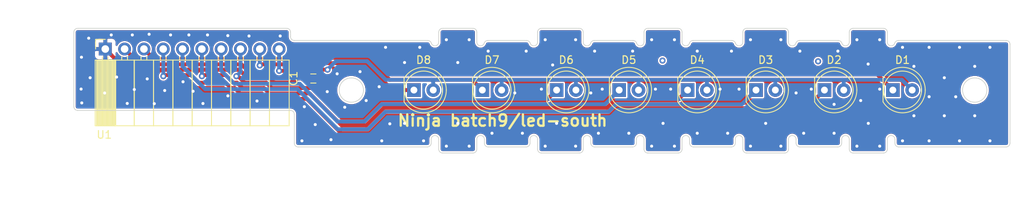
<source format=kicad_pcb>
(kicad_pcb (version 20171130) (host pcbnew "(5.1.6-0-10_14)")
  (layers (0 F.Cu signal) (31 B.Cu signal) (34 B.Paste user) (35 F.Paste user) (36 B.SilkS user) (37 F.SilkS user) (38 B.Mask user) (39 F.Mask user) (44 Edge.Cuts user))
  (net 0 "")
  (net 1 GND)
  (net 2 VCC)
  (net 3 OUT1)
  (net 4 OUT2)
  (net 5 OUT3)
  (net 6 OUT4)
  (net 7 OUT5)
  (net 8 OUT6)
  (net 9 OUT7)
  (net 10 OUT8)
  (module Capacitors_SMD:C_0603_HandSoldering (layer F.Cu) (at 88.5 111.6 180)
    (fp_text reference C1 (at 2.608 0 270) (layer F.SilkS))
    (fp_text value C)
    (fp_line (start -0.35 -0.6) (end 0.35 -0.6) (layer F.SilkS) (width 0.12))
    (fp_line (start 0.35 0.6) (end -0.35 0.6) (layer F.SilkS) (width 0.12))
    (pad 2 smd rect (at 0.95 0 180) (size 1.2 0.75) (layers F.Cu F.Paste F.Mask) (net 1 GND))
    (pad 1 smd rect (at -0.95 0 180) (size 1.2 0.75) (layers F.Cu F.Paste F.Mask) (net 2 VCC))
  )
  (module LEDs:LED_D5.0mm (layer F.Cu) (at 164.73 113.122)
    (fp_text reference D1 (at 1.27 -3.96) (layer F.SilkS))
    (fp_text value LED)
    (fp_circle (center 1.27 0) (end 3.77 0) (layer F.SilkS) (width 0.12))
    (fp_line (start -1.29 -1.545) (end -1.29 1.545) (layer F.SilkS) (width 0.12))
    (fp_arc (start 1.27 0) (end -1.29 -1.54483) (angle 148.9) (layer F.SilkS) (width 0.12))
    (fp_arc (start 1.27 0) (end -1.29 1.54483) (angle -148.9) (layer F.SilkS) (width 0.12))
    (pad 1 thru_hole rect (at 0 0) (size 1.8 1.8) (drill 0.9) (layers *.Cu *.Mask) (net 3 OUT1))
    (pad 2 thru_hole circle (at 2.54 0) (size 1.8 1.8) (drill 0.9) (layers *.Cu *.Mask) (net 2 VCC))
  )
  (module LEDs:LED_D5.0mm (layer F.Cu) (at 155.73 113.122)
    (fp_text reference D2 (at 1.27 -3.96) (layer F.SilkS))
    (fp_text value LED)
    (fp_line (start -1.29 -1.545) (end -1.29 1.545) (layer F.SilkS) (width 0.12))
    (fp_circle (center 1.27 0) (end 3.77 0) (layer F.SilkS) (width 0.12))
    (fp_arc (start 1.27 0) (end -1.29 1.54483) (angle -148.9) (layer F.SilkS) (width 0.12))
    (fp_arc (start 1.27 0) (end -1.29 -1.54483) (angle 148.9) (layer F.SilkS) (width 0.12))
    (pad 2 thru_hole circle (at 2.54 0) (size 1.8 1.8) (drill 0.9) (layers *.Cu *.Mask) (net 2 VCC))
    (pad 1 thru_hole rect (at 0 0) (size 1.8 1.8) (drill 0.9) (layers *.Cu *.Mask) (net 4 OUT2))
  )
  (module LEDs:LED_D5.0mm (layer F.Cu) (at 146.73 113.122)
    (fp_text reference D3 (at 1.27 -3.96) (layer F.SilkS))
    (fp_text value LED)
    (fp_circle (center 1.27 0) (end 3.77 0) (layer F.SilkS) (width 0.12))
    (fp_line (start -1.29 -1.545) (end -1.29 1.545) (layer F.SilkS) (width 0.12))
    (fp_arc (start 1.27 0) (end -1.29 -1.54483) (angle 148.9) (layer F.SilkS) (width 0.12))
    (fp_arc (start 1.27 0) (end -1.29 1.54483) (angle -148.9) (layer F.SilkS) (width 0.12))
    (pad 1 thru_hole rect (at 0 0) (size 1.8 1.8) (drill 0.9) (layers *.Cu *.Mask) (net 5 OUT3))
    (pad 2 thru_hole circle (at 2.54 0) (size 1.8 1.8) (drill 0.9) (layers *.Cu *.Mask) (net 2 VCC))
  )
  (module LEDs:LED_D5.0mm (layer F.Cu) (at 137.73 113.122)
    (fp_text reference D4 (at 1.27 -3.96) (layer F.SilkS))
    (fp_text value LED)
    (fp_line (start -1.29 -1.545) (end -1.29 1.545) (layer F.SilkS) (width 0.12))
    (fp_circle (center 1.27 0) (end 3.77 0) (layer F.SilkS) (width 0.12))
    (fp_arc (start 1.27 0) (end -1.29 1.54483) (angle -148.9) (layer F.SilkS) (width 0.12))
    (fp_arc (start 1.27 0) (end -1.29 -1.54483) (angle 148.9) (layer F.SilkS) (width 0.12))
    (pad 2 thru_hole circle (at 2.54 0) (size 1.8 1.8) (drill 0.9) (layers *.Cu *.Mask) (net 2 VCC))
    (pad 1 thru_hole rect (at 0 0) (size 1.8 1.8) (drill 0.9) (layers *.Cu *.Mask) (net 6 OUT4))
  )
  (module LEDs:LED_D5.0mm (layer F.Cu) (at 128.73 113.122)
    (fp_text reference D5 (at 1.27 -3.96) (layer F.SilkS))
    (fp_text value LED)
    (fp_circle (center 1.27 0) (end 3.77 0) (layer F.SilkS) (width 0.12))
    (fp_line (start -1.29 -1.545) (end -1.29 1.545) (layer F.SilkS) (width 0.12))
    (fp_arc (start 1.27 0) (end -1.29 -1.54483) (angle 148.9) (layer F.SilkS) (width 0.12))
    (fp_arc (start 1.27 0) (end -1.29 1.54483) (angle -148.9) (layer F.SilkS) (width 0.12))
    (pad 1 thru_hole rect (at 0 0) (size 1.8 1.8) (drill 0.9) (layers *.Cu *.Mask) (net 7 OUT5))
    (pad 2 thru_hole circle (at 2.54 0) (size 1.8 1.8) (drill 0.9) (layers *.Cu *.Mask) (net 2 VCC))
  )
  (module LEDs:LED_D5.0mm (layer F.Cu) (at 120.5 113.122)
    (fp_text reference D6 (at 1.27 -3.96) (layer F.SilkS))
    (fp_text value LED)
    (fp_line (start -1.29 -1.545) (end -1.29 1.545) (layer F.SilkS) (width 0.12))
    (fp_circle (center 1.27 0) (end 3.77 0) (layer F.SilkS) (width 0.12))
    (fp_arc (start 1.27 0) (end -1.29 1.54483) (angle -148.9) (layer F.SilkS) (width 0.12))
    (fp_arc (start 1.27 0) (end -1.29 -1.54483) (angle 148.9) (layer F.SilkS) (width 0.12))
    (pad 2 thru_hole circle (at 2.54 0) (size 1.8 1.8) (drill 0.9) (layers *.Cu *.Mask) (net 2 VCC))
    (pad 1 thru_hole rect (at 0 0) (size 1.8 1.8) (drill 0.9) (layers *.Cu *.Mask) (net 8 OUT6))
  )
  (module LEDs:LED_D5.0mm (layer F.Cu) (at 110.73 113.122)
    (fp_text reference D7 (at 1.27 -3.96) (layer F.SilkS))
    (fp_text value LED)
    (fp_circle (center 1.27 0) (end 3.77 0) (layer F.SilkS) (width 0.12))
    (fp_line (start -1.29 -1.545) (end -1.29 1.545) (layer F.SilkS) (width 0.12))
    (fp_arc (start 1.27 0) (end -1.29 -1.54483) (angle 148.9) (layer F.SilkS) (width 0.12))
    (fp_arc (start 1.27 0) (end -1.29 1.54483) (angle -148.9) (layer F.SilkS) (width 0.12))
    (pad 1 thru_hole rect (at 0 0) (size 1.8 1.8) (drill 0.9) (layers *.Cu *.Mask) (net 9 OUT7))
    (pad 2 thru_hole circle (at 2.54 0) (size 1.8 1.8) (drill 0.9) (layers *.Cu *.Mask) (net 2 VCC))
  )
  (module LEDs:LED_D5.0mm (layer F.Cu) (at 101.73 113.122)
    (fp_text reference D8 (at 1.27 -3.96) (layer F.SilkS))
    (fp_text value LED)
    (fp_line (start -1.29 -1.545) (end -1.29 1.545) (layer F.SilkS) (width 0.12))
    (fp_circle (center 1.27 0) (end 3.77 0) (layer F.SilkS) (width 0.12))
    (fp_arc (start 1.27 0) (end -1.29 1.54483) (angle -148.9) (layer F.SilkS) (width 0.12))
    (fp_arc (start 1.27 0) (end -1.29 -1.54483) (angle 148.9) (layer F.SilkS) (width 0.12))
    (pad 2 thru_hole circle (at 2.54 0) (size 1.8 1.8) (drill 0.9) (layers *.Cu *.Mask) (net 2 VCC))
    (pad 1 thru_hole rect (at 0 0) (size 1.8 1.8) (drill 0.9) (layers *.Cu *.Mask) (net 10 OUT8))
  )
  (module Socket_Strips:Socket_Strip_Angled_1x10_Pitch2.54mm (layer F.Cu) (at 61.134254 107.722 90)
    (fp_text reference U1 (at -11.278 -0.134254 180) (layer F.SilkS))
    (fp_text value Conn_02x05)
    (fp_line (start 1.27 -1.27) (end 1.27 0) (layer F.SilkS) (width 0.12))
    (fp_line (start 0 -1.27) (end 1.27 -1.27) (layer F.SilkS) (width 0.12))
    (fp_line (start -1.03 23.24) (end -1.46 23.24) (layer F.SilkS) (width 0.12))
    (fp_line (start -1.03 22.48) (end -1.46 22.48) (layer F.SilkS) (width 0.12))
    (fp_line (start -10.09 21.59) (end -1.46 21.59) (layer F.SilkS) (width 0.12))
    (fp_line (start -10.09 24.19) (end -10.09 21.59) (layer F.SilkS) (width 0.12))
    (fp_line (start -1.46 24.19) (end -10.09 24.19) (layer F.SilkS) (width 0.12))
    (fp_line (start -1.46 21.59) (end -1.46 24.19) (layer F.SilkS) (width 0.12))
    (fp_line (start -1.03 20.7) (end -1.46 20.7) (layer F.SilkS) (width 0.12))
    (fp_line (start -1.03 19.94) (end -1.46 19.94) (layer F.SilkS) (width 0.12))
    (fp_line (start -10.09 19.05) (end -1.46 19.05) (layer F.SilkS) (width 0.12))
    (fp_line (start -10.09 21.59) (end -10.09 19.05) (layer F.SilkS) (width 0.12))
    (fp_line (start -1.46 21.59) (end -10.09 21.59) (layer F.SilkS) (width 0.12))
    (fp_line (start -1.46 19.05) (end -1.46 21.59) (layer F.SilkS) (width 0.12))
    (fp_line (start -1.03 18.16) (end -1.46 18.16) (layer F.SilkS) (width 0.12))
    (fp_line (start -1.03 17.4) (end -1.46 17.4) (layer F.SilkS) (width 0.12))
    (fp_line (start -10.09 16.51) (end -1.46 16.51) (layer F.SilkS) (width 0.12))
    (fp_line (start -10.09 19.05) (end -10.09 16.51) (layer F.SilkS) (width 0.12))
    (fp_line (start -1.46 19.05) (end -10.09 19.05) (layer F.SilkS) (width 0.12))
    (fp_line (start -1.46 16.51) (end -1.46 19.05) (layer F.SilkS) (width 0.12))
    (fp_line (start -1.03 15.62) (end -1.46 15.62) (layer F.SilkS) (width 0.12))
    (fp_line (start -1.03 14.86) (end -1.46 14.86) (layer F.SilkS) (width 0.12))
    (fp_line (start -10.09 13.97) (end -1.46 13.97) (layer F.SilkS) (width 0.12))
    (fp_line (start -10.09 16.51) (end -10.09 13.97) (layer F.SilkS) (width 0.12))
    (fp_line (start -1.46 16.51) (end -10.09 16.51) (layer F.SilkS) (width 0.12))
    (fp_line (start -1.46 13.97) (end -1.46 16.51) (layer F.SilkS) (width 0.12))
    (fp_line (start -1.03 13.08) (end -1.46 13.08) (layer F.SilkS) (width 0.12))
    (fp_line (start -1.03 12.32) (end -1.46 12.32) (layer F.SilkS) (width 0.12))
    (fp_line (start -10.09 11.43) (end -1.46 11.43) (layer F.SilkS) (width 0.12))
    (fp_line (start -10.09 13.97) (end -10.09 11.43) (layer F.SilkS) (width 0.12))
    (fp_line (start -1.46 13.97) (end -10.09 13.97) (layer F.SilkS) (width 0.12))
    (fp_line (start -1.46 11.43) (end -1.46 13.97) (layer F.SilkS) (width 0.12))
    (fp_line (start -1.03 10.54) (end -1.46 10.54) (layer F.SilkS) (width 0.12))
    (fp_line (start -1.03 9.78) (end -1.46 9.78) (layer F.SilkS) (width 0.12))
    (fp_line (start -10.09 8.89) (end -1.46 8.89) (layer F.SilkS) (width 0.12))
    (fp_line (start -10.09 11.43) (end -10.09 8.89) (layer F.SilkS) (width 0.12))
    (fp_line (start -1.46 11.43) (end -10.09 11.43) (layer F.SilkS) (width 0.12))
    (fp_line (start -1.46 8.89) (end -1.46 11.43) (layer F.SilkS) (width 0.12))
    (fp_line (start -1.03 8) (end -1.46 8) (layer F.SilkS) (width 0.12))
    (fp_line (start -1.03 7.24) (end -1.46 7.24) (layer F.SilkS) (width 0.12))
    (fp_line (start -10.09 6.35) (end -1.46 6.35) (layer F.SilkS) (width 0.12))
    (fp_line (start -10.09 8.89) (end -10.09 6.35) (layer F.SilkS) (width 0.12))
    (fp_line (start -1.46 8.89) (end -10.09 8.89) (layer F.SilkS) (width 0.12))
    (fp_line (start -1.46 6.35) (end -1.46 8.89) (layer F.SilkS) (width 0.12))
    (fp_line (start -1.03 5.46) (end -1.46 5.46) (layer F.SilkS) (width 0.12))
    (fp_line (start -1.03 4.7) (end -1.46 4.7) (layer F.SilkS) (width 0.12))
    (fp_line (start -10.09 3.81) (end -1.46 3.81) (layer F.SilkS) (width 0.12))
    (fp_line (start -10.09 6.35) (end -10.09 3.81) (layer F.SilkS) (width 0.12))
    (fp_line (start -1.46 6.35) (end -10.09 6.35) (layer F.SilkS) (width 0.12))
    (fp_line (start -1.46 3.81) (end -1.46 6.35) (layer F.SilkS) (width 0.12))
    (fp_line (start -1.03 2.92) (end -1.46 2.92) (layer F.SilkS) (width 0.12))
    (fp_line (start -1.03 2.16) (end -1.46 2.16) (layer F.SilkS) (width 0.12))
    (fp_line (start -10.09 1.27) (end -1.46 1.27) (layer F.SilkS) (width 0.12))
    (fp_line (start -10.09 3.81) (end -10.09 1.27) (layer F.SilkS) (width 0.12))
    (fp_line (start -1.46 3.81) (end -10.09 3.81) (layer F.SilkS) (width 0.12))
    (fp_line (start -1.46 1.27) (end -1.46 3.81) (layer F.SilkS) (width 0.12))
    (fp_line (start -1.46 1.37) (end -10.09 1.37) (layer F.SilkS) (width 0.12))
    (fp_line (start -1.46 1.25) (end -10.09 1.25) (layer F.SilkS) (width 0.12))
    (fp_line (start -1.46 1.13) (end -10.09 1.13) (layer F.SilkS) (width 0.12))
    (fp_line (start -1.46 1.01) (end -10.09 1.01) (layer F.SilkS) (width 0.12))
    (fp_line (start -1.46 0.89) (end -10.09 0.89) (layer F.SilkS) (width 0.12))
    (fp_line (start -1.46 0.77) (end -10.09 0.77) (layer F.SilkS) (width 0.12))
    (fp_line (start -1.46 0.65) (end -10.09 0.65) (layer F.SilkS) (width 0.12))
    (fp_line (start -1.46 0.53) (end -10.09 0.53) (layer F.SilkS) (width 0.12))
    (fp_line (start -1.46 0.41) (end -10.09 0.41) (layer F.SilkS) (width 0.12))
    (fp_line (start -1.46 0.29) (end -10.09 0.29) (layer F.SilkS) (width 0.12))
    (fp_line (start -1.46 0.17) (end -10.09 0.17) (layer F.SilkS) (width 0.12))
    (fp_line (start -1.46 0.05) (end -10.09 0.05) (layer F.SilkS) (width 0.12))
    (fp_line (start -1.46 -0.07) (end -10.09 -0.07) (layer F.SilkS) (width 0.12))
    (fp_line (start -1.46 -0.19) (end -10.09 -0.19) (layer F.SilkS) (width 0.12))
    (fp_line (start -1.46 -0.31) (end -10.09 -0.31) (layer F.SilkS) (width 0.12))
    (fp_line (start -1.46 -0.43) (end -10.09 -0.43) (layer F.SilkS) (width 0.12))
    (fp_line (start -1.46 -0.55) (end -10.09 -0.55) (layer F.SilkS) (width 0.12))
    (fp_line (start -1.46 -0.67) (end -10.09 -0.67) (layer F.SilkS) (width 0.12))
    (fp_line (start -1.46 -0.79) (end -10.09 -0.79) (layer F.SilkS) (width 0.12))
    (fp_line (start -1.46 -0.91) (end -10.09 -0.91) (layer F.SilkS) (width 0.12))
    (fp_line (start -1.46 -1.03) (end -10.09 -1.03) (layer F.SilkS) (width 0.12))
    (fp_line (start -1.46 -1.15) (end -10.09 -1.15) (layer F.SilkS) (width 0.12))
    (fp_line (start -1.03 0.38) (end -1.46 0.38) (layer F.SilkS) (width 0.12))
    (fp_line (start -1.03 -0.38) (end -1.46 -0.38) (layer F.SilkS) (width 0.12))
    (fp_line (start -10.09 -1.33) (end -1.46 -1.33) (layer F.SilkS) (width 0.12))
    (fp_line (start -10.09 1.27) (end -10.09 -1.33) (layer F.SilkS) (width 0.12))
    (fp_line (start -1.46 1.27) (end -10.09 1.27) (layer F.SilkS) (width 0.12))
    (fp_line (start -1.46 -1.33) (end -1.46 1.27) (layer F.SilkS) (width 0.12))
    (pad 1 thru_hole rect (at 0 0 90) (size 1.7 1.7) (drill 1) (layers *.Cu *.Mask) (net 1 GND))
    (pad 2 thru_hole oval (at 0 2.54 90) (size 1.7 1.7) (drill 1) (layers *.Cu *.Mask) (net 2 VCC))
    (pad 3 thru_hole oval (at 0 5.08 90) (size 1.7 1.7) (drill 1) (layers *.Cu *.Mask) (net 3 OUT1))
    (pad 4 thru_hole oval (at 0 7.62 90) (size 1.7 1.7) (drill 1) (layers *.Cu *.Mask) (net 4 OUT2))
    (pad 5 thru_hole oval (at 0 10.16 90) (size 1.7 1.7) (drill 1) (layers *.Cu *.Mask) (net 5 OUT3))
    (pad 6 thru_hole oval (at 0 12.7 90) (size 1.7 1.7) (drill 1) (layers *.Cu *.Mask) (net 6 OUT4))
    (pad 7 thru_hole oval (at 0 15.24 90) (size 1.7 1.7) (drill 1) (layers *.Cu *.Mask) (net 7 OUT5))
    (pad 8 thru_hole oval (at 0 17.78 90) (size 1.7 1.7) (drill 1) (layers *.Cu *.Mask) (net 8 OUT6))
    (pad 9 thru_hole oval (at 0 20.32 90) (size 1.7 1.7) (drill 1) (layers *.Cu *.Mask) (net 9 OUT7))
    (pad 10 thru_hole oval (at 0 22.86 90) (size 1.7 1.7) (drill 1) (layers *.Cu *.Mask) (net 10 OUT8))
  )
  (gr_arc (start 85.5 116.30036) (end 86 116.30036) (angle -90) (layer Edge.Cuts) (width 0.1))
  (gr_line (start 86 116.30036) (end 86 120.10036) (layer Edge.Cuts) (width 0.1))
  (gr_line (start 85.5 115.80036) (end 57.5 115.80036) (layer Edge.Cuts) (width 0.1))
  (gr_arc (start 86.5 120.10036) (end 86 120.10036) (angle -90) (layer Edge.Cuts) (width 0.1))
  (gr_line (start 85.5 105.5) (end 85.5 106.09964) (layer Edge.Cuts) (width 0.1))
  (gr_line (start 85 105) (end 57.5 105) (layer Edge.Cuts) (width 0.1))
  (gr_arc (start 85 105.5) (end 85.5 105.5) (angle -90) (layer Edge.Cuts) (width 0.1))
  (gr_arc (start 86 106.09964) (end 85.5 106.09964) (angle -90) (layer Edge.Cuts) (width 0.1))
  (gr_text "Ninja batch9/led-south" (at 113.39 117.13) (layer F.SilkS) (effects (font (size 1.5 1.5) (thickness 0.3))))
  (gr_arc (start 57.5 115.30036) (end 57.5 115.80036) (angle 90) (layer Edge.Cuts) (width 0.1))
  (gr_circle (center 93.5 113.122) (end 95.1 113.122) (layer Edge.Cuts) (width 0.1))
  (gr_circle (center 175.5 113.122) (end 177.1 113.122) (layer Edge.Cuts) (width 0.1))
  (gr_line (start 57 115.30036) (end 57 105.5) (layer Edge.Cuts) (width 0.1))
  (gr_line (start 103.5 120.60036) (end 86.5 120.60036) (layer Edge.Cuts) (width 0.1))
  (gr_arc (start 103.5 120.10036) (end 103.5 120.60036) (angle -90) (layer Edge.Cuts) (width 0.1))
  (gr_line (start 104 119.60036) (end 104 120.10036) (layer Edge.Cuts) (width 0.1))
  (gr_arc (start 104.5 119.60036) (end 105 119.60036) (angle -180) (layer Edge.Cuts) (width 0.1))
  (gr_line (start 105 120.9) (end 105 119.60036) (layer Edge.Cuts) (width 0.1))
  (gr_arc (start 105.5 120.9) (end 105 120.9) (angle -90) (layer Edge.Cuts) (width 0.1))
  (gr_line (start 109.5 121.4) (end 105.5 121.4) (layer Edge.Cuts) (width 0.1))
  (gr_arc (start 109.5 120.9) (end 109.5 121.4) (angle -90) (layer Edge.Cuts) (width 0.1))
  (gr_line (start 110 119.60036) (end 110 120.9) (layer Edge.Cuts) (width 0.1))
  (gr_arc (start 110.5 119.60036) (end 111 119.60036) (angle -180) (layer Edge.Cuts) (width 0.1))
  (gr_line (start 111 120.10036) (end 111 119.60036) (layer Edge.Cuts) (width 0.1))
  (gr_arc (start 111.5 120.10036) (end 111 120.10036) (angle -90) (layer Edge.Cuts) (width 0.1))
  (gr_line (start 116.5 120.60036) (end 111.5 120.60036) (layer Edge.Cuts) (width 0.1))
  (gr_arc (start 116.5 120.10036) (end 116.5 120.60036) (angle -90) (layer Edge.Cuts) (width 0.1))
  (gr_line (start 117 119.60036) (end 117 120.10036) (layer Edge.Cuts) (width 0.1))
  (gr_arc (start 117.5 119.60036) (end 118 119.60036) (angle -180) (layer Edge.Cuts) (width 0.1))
  (gr_line (start 118 120.900359) (end 118 119.60036) (layer Edge.Cuts) (width 0.1))
  (gr_arc (start 118.5 120.900359) (end 118 120.900359) (angle -90) (layer Edge.Cuts) (width 0.1))
  (gr_line (start 123.5 121.400359) (end 118.5 121.400359) (layer Edge.Cuts) (width 0.1))
  (gr_arc (start 123.5 120.900359) (end 123.5 121.400359) (angle -90) (layer Edge.Cuts) (width 0.1))
  (gr_line (start 124 119.60036) (end 124 120.900359) (layer Edge.Cuts) (width 0.1))
  (gr_arc (start 124.5 119.60036) (end 125 119.60036) (angle -180) (layer Edge.Cuts) (width 0.1))
  (gr_line (start 125 120.10036) (end 125 119.60036) (layer Edge.Cuts) (width 0.1))
  (gr_arc (start 125.5 120.10036) (end 125 120.10036) (angle -90) (layer Edge.Cuts) (width 0.1))
  (gr_line (start 130.5 120.60036) (end 125.5 120.60036) (layer Edge.Cuts) (width 0.1))
  (gr_arc (start 130.5 120.10036) (end 130.5 120.60036) (angle -90) (layer Edge.Cuts) (width 0.1))
  (gr_line (start 131 119.60036) (end 131 120.10036) (layer Edge.Cuts) (width 0.1))
  (gr_arc (start 131.5 119.60036) (end 132 119.60036) (angle -180) (layer Edge.Cuts) (width 0.1))
  (gr_line (start 132 120.9) (end 132 119.60036) (layer Edge.Cuts) (width 0.1))
  (gr_arc (start 132.5 120.9) (end 132 120.9) (angle -90) (layer Edge.Cuts) (width 0.1))
  (gr_line (start 136.5 121.4) (end 132.5 121.4) (layer Edge.Cuts) (width 0.1))
  (gr_arc (start 136.5 120.9) (end 136.5 121.4) (angle -90) (layer Edge.Cuts) (width 0.1))
  (gr_line (start 137 119.60036) (end 137 120.9) (layer Edge.Cuts) (width 0.1))
  (gr_arc (start 137.5 119.60036) (end 138 119.60036) (angle -180) (layer Edge.Cuts) (width 0.1))
  (gr_line (start 138 120.10036) (end 138 119.60036) (layer Edge.Cuts) (width 0.1))
  (gr_arc (start 138.5 120.10036) (end 138 120.10036) (angle -90) (layer Edge.Cuts) (width 0.1))
  (gr_line (start 143.5 120.60036) (end 138.5 120.60036) (layer Edge.Cuts) (width 0.1))
  (gr_arc (start 143.5 120.10036) (end 143.5 120.60036) (angle -89.99999625) (layer Edge.Cuts) (width 0.1))
  (gr_line (start 144 119.60036) (end 144 120.10036) (layer Edge.Cuts) (width 0.1))
  (gr_arc (start 144.5 119.600361) (end 145 119.60036) (angle -179.9999911) (layer Edge.Cuts) (width 0.1))
  (gr_line (start 145 120.900364) (end 145 119.60036) (layer Edge.Cuts) (width 0.1))
  (gr_arc (start 145.5 120.900364) (end 145 120.900364) (angle -90) (layer Edge.Cuts) (width 0.1))
  (gr_line (start 150.5 121.400364) (end 145.5 121.400364) (layer Edge.Cuts) (width 0.1))
  (gr_arc (start 150.5 120.900364) (end 150.5 121.400364) (angle -90) (layer Edge.Cuts) (width 0.1))
  (gr_line (start 151 119.60036) (end 151 120.900364) (layer Edge.Cuts) (width 0.1))
  (gr_arc (start 151.5 119.60036) (end 152 119.60036) (angle -180) (layer Edge.Cuts) (width 0.1))
  (gr_line (start 152 120.10036) (end 152 119.60036) (layer Edge.Cuts) (width 0.1))
  (gr_arc (start 152.5 120.10036) (end 152 120.10036) (angle -90) (layer Edge.Cuts) (width 0.1))
  (gr_line (start 157.5 120.60036) (end 152.5 120.60036) (layer Edge.Cuts) (width 0.1))
  (gr_arc (start 157.5 120.10036) (end 157.5 120.60036) (angle -90) (layer Edge.Cuts) (width 0.1))
  (gr_line (start 158 119.60036) (end 158 120.10036) (layer Edge.Cuts) (width 0.1))
  (gr_arc (start 158.5 119.60036) (end 159 119.60036) (angle -180) (layer Edge.Cuts) (width 0.1))
  (gr_line (start 159 120.9) (end 159 119.60036) (layer Edge.Cuts) (width 0.1))
  (gr_arc (start 159.5 120.9) (end 159 120.9) (angle -90) (layer Edge.Cuts) (width 0.1))
  (gr_line (start 163.5 121.4) (end 159.5 121.4) (layer Edge.Cuts) (width 0.1))
  (gr_arc (start 163.5 120.9) (end 163.5 121.4) (angle -90) (layer Edge.Cuts) (width 0.1))
  (gr_line (start 164 119.60036) (end 164 120.9) (layer Edge.Cuts) (width 0.1))
  (gr_arc (start 164.5 119.60036) (end 165 119.60036) (angle -180) (layer Edge.Cuts) (width 0.1))
  (gr_line (start 165 120.10036) (end 165 119.60036) (layer Edge.Cuts) (width 0.1))
  (gr_arc (start 165.5 120.10036) (end 165 120.10036) (angle -90) (layer Edge.Cuts) (width 0.1))
  (gr_line (start 179.635 120.60036) (end 165.5 120.60036) (layer Edge.Cuts) (width 0.1))
  (gr_arc (start 179.635 120.10036) (end 179.635 120.60036) (angle -90) (layer Edge.Cuts) (width 0.1))
  (gr_line (start 180.135 107.09964) (end 180.135 120.10036) (layer Edge.Cuts) (width 0.1))
  (gr_arc (start 179.635 107.09964) (end 180.135 107.09964) (angle -90) (layer Edge.Cuts) (width 0.1))
  (gr_line (start 165.454253 106.59964) (end 179.635 106.59964) (layer Edge.Cuts) (width 0.1))
  (gr_arc (start 165.454253 107.09964) (end 165.454253 106.59964) (angle -72.60244929) (layer Edge.Cuts) (width 0.1))
  (gr_arc (start 164.5 106.80064) (end 164 106.80064) (angle -162.6024493) (layer Edge.Cuts) (width 0.1))
  (gr_line (start 164 105.5) (end 164 106.80064) (layer Edge.Cuts) (width 0.1))
  (gr_arc (start 163.5 105.5) (end 164 105.5) (angle -90) (layer Edge.Cuts) (width 0.1))
  (gr_line (start 159.5 105) (end 163.5 105) (layer Edge.Cuts) (width 0.1))
  (gr_arc (start 159.5 105.5) (end 159.5 105) (angle -90) (layer Edge.Cuts) (width 0.1))
  (gr_line (start 159 106.80064) (end 159 105.5) (layer Edge.Cuts) (width 0.1))
  (gr_arc (start 158.5 106.80064) (end 158.022873 106.95014) (angle -162.6024493) (layer Edge.Cuts) (width 0.1))
  (gr_arc (start 157.545746 107.09964) (end 158.022873 106.95014) (angle -72.60244929) (layer Edge.Cuts) (width 0.1))
  (gr_line (start 152.454253 106.59964) (end 157.545746 106.59964) (layer Edge.Cuts) (width 0.1))
  (gr_arc (start 152.454253 107.09964) (end 152.454253 106.59964) (angle -72.60244929) (layer Edge.Cuts) (width 0.1))
  (gr_arc (start 151.5 106.80064) (end 151 106.80064) (angle -162.6024404) (layer Edge.Cuts) (width 0.1))
  (gr_line (start 151 105.5) (end 151 106.80064) (layer Edge.Cuts) (width 0.1))
  (gr_arc (start 150.5 105.5) (end 151 105.5) (angle -90) (layer Edge.Cuts) (width 0.1))
  (gr_line (start 145.5 105) (end 150.5 105) (layer Edge.Cuts) (width 0.1))
  (gr_arc (start 145.5 105.5) (end 145.5 105) (angle -90) (layer Edge.Cuts) (width 0.1))
  (gr_line (start 145 106.80064) (end 145 105.5) (layer Edge.Cuts) (width 0.1))
  (gr_arc (start 144.5 106.80064) (end 144.022873 106.95014) (angle -162.6024493) (layer Edge.Cuts) (width 0.1))
  (gr_arc (start 143.545746 107.09964) (end 144.022873 106.95014) (angle -72.60244929) (layer Edge.Cuts) (width 0.1))
  (gr_line (start 138.454253 106.59964) (end 143.545746 106.59964) (layer Edge.Cuts) (width 0.1))
  (gr_arc (start 138.454253 107.09964) (end 138.454253 106.59964) (angle -72.60244929) (layer Edge.Cuts) (width 0.1))
  (gr_arc (start 137.5 106.80064) (end 137 106.80064) (angle -162.6024493) (layer Edge.Cuts) (width 0.1))
  (gr_line (start 137 105.5) (end 137 106.80064) (layer Edge.Cuts) (width 0.1))
  (gr_arc (start 136.5 105.5) (end 137 105.5) (angle -90) (layer Edge.Cuts) (width 0.1))
  (gr_line (start 132.5 105) (end 136.5 105) (layer Edge.Cuts) (width 0.1))
  (gr_arc (start 132.5 105.5) (end 132.5 105) (angle -90) (layer Edge.Cuts) (width 0.1))
  (gr_line (start 132 106.80064) (end 132 105.5) (layer Edge.Cuts) (width 0.1))
  (gr_arc (start 131.5 106.80064) (end 131.022873 106.95014) (angle -162.6024493) (layer Edge.Cuts) (width 0.1))
  (gr_arc (start 130.545746 107.09964) (end 131.022873 106.95014) (angle -72.60244929) (layer Edge.Cuts) (width 0.1))
  (gr_line (start 125.454253 106.59964) (end 130.545746 106.59964) (layer Edge.Cuts) (width 0.1))
  (gr_arc (start 125.454253 107.09964) (end 125.454253 106.59964) (angle -72.60244929) (layer Edge.Cuts) (width 0.1))
  (gr_arc (start 124.5 106.80064) (end 124 106.80064) (angle -162.6024581) (layer Edge.Cuts) (width 0.1))
  (gr_line (start 124 105.5) (end 124 106.80064) (layer Edge.Cuts) (width 0.1))
  (gr_arc (start 123.5 105.5) (end 124 105.5) (angle -90) (layer Edge.Cuts) (width 0.1))
  (gr_line (start 118.5 105) (end 123.5 105) (layer Edge.Cuts) (width 0.1))
  (gr_arc (start 118.5 105.5) (end 118.5 105) (angle -90) (layer Edge.Cuts) (width 0.1))
  (gr_line (start 118 106.80064) (end 118 105.5) (layer Edge.Cuts) (width 0.1))
  (gr_arc (start 117.5 106.80064) (end 117.022873 106.95014) (angle -162.6024581) (layer Edge.Cuts) (width 0.1))
  (gr_arc (start 116.545746 107.09964) (end 117.022873 106.95014) (angle -72.60244929) (layer Edge.Cuts) (width 0.1))
  (gr_line (start 111.454253 106.59964) (end 116.545746 106.59964) (layer Edge.Cuts) (width 0.1))
  (gr_arc (start 111.454253 107.09964) (end 111.454253 106.59964) (angle -72.60244929) (layer Edge.Cuts) (width 0.1))
  (gr_arc (start 110.5 106.80064) (end 110 106.80064) (angle -162.6024493) (layer Edge.Cuts) (width 0.1))
  (gr_line (start 110 105.5) (end 110 106.80064) (layer Edge.Cuts) (width 0.1))
  (gr_arc (start 109.5 105.5) (end 110 105.5) (angle -90) (layer Edge.Cuts) (width 0.1))
  (gr_line (start 105.5 105) (end 109.5 105) (layer Edge.Cuts) (width 0.1))
  (gr_arc (start 105.5 105.5) (end 105.5 105) (angle -90) (layer Edge.Cuts) (width 0.1))
  (gr_line (start 105 106.80064) (end 105 105.5) (layer Edge.Cuts) (width 0.1))
  (gr_arc (start 104.5 106.80064) (end 104.022873 106.95014) (angle -162.6024493) (layer Edge.Cuts) (width 0.1))
  (gr_arc (start 103.545746 107.09964) (end 104.022873 106.95014) (angle -72.60244929) (layer Edge.Cuts) (width 0.1))
  (gr_line (start 86 106.59964) (end 103.545746 106.59964) (layer Edge.Cuts) (width 0.1))
  (gr_arc (start 57.5 105.5) (end 57.5 105) (angle -90) (layer Edge.Cuts) (width 0.1))
  (via (at 134.43 109.24) (size 0.8) (drill 0.4) (layers F.Cu B.Cu) (net 0))
  (via (at 154.9 109.34) (size 0.8) (drill 0.4) (layers F.Cu B.Cu) (net 0))
  (via (at 87 119.8) (size 0.8) (drill 0.4) (layers F.Cu B.Cu) (net 1))
  (via (at 97.5 119.8) (size 0.8) (drill 0.4) (layers F.Cu B.Cu) (net 1))
  (via (at 103 119.8) (size 0.8) (drill 0.4) (layers F.Cu B.Cu) (net 1))
  (via (at 100.5 117.5) (size 0.8) (drill 0.4) (layers F.Cu B.Cu) (net 1))
  (via (at 109 120.5) (size 0.8) (drill 0.4) (layers F.Cu B.Cu) (net 1))
  (via (at 106 120.5) (size 0.8) (drill 0.4) (layers F.Cu B.Cu) (net 1))
  (via (at 107.5 117.5) (size 0.8) (drill 0.4) (layers F.Cu B.Cu) (net 1))
  (via (at 112 118.8) (size 0.8) (drill 0.4) (layers F.Cu B.Cu) (net 1))
  (via (at 116 118.8) (size 0.8) (drill 0.4) (layers F.Cu B.Cu) (net 1))
  (via (at 119 120.5) (size 0.8) (drill 0.4) (layers F.Cu B.Cu) (net 1))
  (via (at 123 120.5) (size 0.8) (drill 0.4) (layers F.Cu B.Cu) (net 1))
  (via (at 120.5 117.5) (size 0.8) (drill 0.4) (layers F.Cu B.Cu) (net 1))
  (via (at 126 118.8) (size 0.8) (drill 0.4) (layers F.Cu B.Cu) (net 1))
  (via (at 130 118.8) (size 0.8) (drill 0.4) (layers F.Cu B.Cu) (net 1))
  (via (at 133 120.5) (size 0.8) (drill 0.4) (layers F.Cu B.Cu) (net 1))
  (via (at 136 120.5) (size 0.8) (drill 0.4) (layers F.Cu B.Cu) (net 1))
  (via (at 134.5 117.5) (size 0.8) (drill 0.4) (layers F.Cu B.Cu) (net 1))
  (via (at 139 118.8) (size 0.8) (drill 0.4) (layers F.Cu B.Cu) (net 1))
  (via (at 143 118.8) (size 0.8) (drill 0.4) (layers F.Cu B.Cu) (net 1))
  (via (at 146 120.5) (size 0.8) (drill 0.4) (layers F.Cu B.Cu) (net 1))
  (via (at 150 120.5) (size 0.8) (drill 0.4) (layers F.Cu B.Cu) (net 1))
  (via (at 148 117.5) (size 0.8) (drill 0.4) (layers F.Cu B.Cu) (net 1))
  (via (at 153 118.8) (size 0.8) (drill 0.4) (layers F.Cu B.Cu) (net 1))
  (via (at 157 118.8) (size 0.8) (drill 0.4) (layers F.Cu B.Cu) (net 1))
  (via (at 160 120.5) (size 0.8) (drill 0.4) (layers F.Cu B.Cu) (net 1))
  (via (at 163 120.5) (size 0.8) (drill 0.4) (layers F.Cu B.Cu) (net 1))
  (via (at 161.5 117.5) (size 0.8) (drill 0.4) (layers F.Cu B.Cu) (net 1))
  (via (at 166 119.8) (size 0.8) (drill 0.4) (layers F.Cu B.Cu) (net 1))
  (via (at 177.5 119.8) (size 0.8) (drill 0.4) (layers F.Cu B.Cu) (net 1))
  (via (at 173.5 119.8) (size 0.8) (drill 0.4) (layers F.Cu B.Cu) (net 1))
  (via (at 169.5 119.8) (size 0.8) (drill 0.4) (layers F.Cu B.Cu) (net 1))
  (via (at 167.5 116.5) (size 0.8) (drill 0.4) (layers F.Cu B.Cu) (net 1))
  (via (at 171.5 116.5) (size 0.8) (drill 0.4) (layers F.Cu B.Cu) (net 1))
  (via (at 175.5 116.5) (size 0.8) (drill 0.4) (layers F.Cu B.Cu) (net 1))
  (via (at 169.5 114) (size 0.8) (drill 0.4) (layers F.Cu B.Cu) (net 1))
  (via (at 173 114) (size 0.8) (drill 0.4) (layers F.Cu B.Cu) (net 1))
  (via (at 171.5 111.5) (size 0.8) (drill 0.4) (layers F.Cu B.Cu) (net 1))
  (via (at 177.5 107.5) (size 0.8) (drill 0.4) (layers F.Cu B.Cu) (net 1))
  (via (at 173.5 107.5) (size 0.8) (drill 0.4) (layers F.Cu B.Cu) (net 1))
  (via (at 169.5 107.5) (size 0.8) (drill 0.4) (layers F.Cu B.Cu) (net 1))
  (via (at 166 107.5) (size 0.8) (drill 0.4) (layers F.Cu B.Cu) (net 1))
  (via (at 175.5 110) (size 0.8) (drill 0.4) (layers F.Cu B.Cu) (net 1))
  (via (at 167.5 110) (size 0.8) (drill 0.4) (layers F.Cu B.Cu) (net 1))
  (via (at 163 106.5) (size 0.8) (drill 0.4) (layers F.Cu B.Cu) (net 1))
  (via (at 160 106.5) (size 0.8) (drill 0.4) (layers F.Cu B.Cu) (net 1))
  (via (at 150 106.5) (size 0.8) (drill 0.4) (layers F.Cu B.Cu) (net 1))
  (via (at 146 106.5) (size 0.8) (drill 0.4) (layers F.Cu B.Cu) (net 1))
  (via (at 136 106.5) (size 0.8) (drill 0.4) (layers F.Cu B.Cu) (net 1))
  (via (at 133 106.5) (size 0.8) (drill 0.4) (layers F.Cu B.Cu) (net 1))
  (via (at 123 106.5) (size 0.8) (drill 0.4) (layers F.Cu B.Cu) (net 1))
  (via (at 119 106.5) (size 0.8) (drill 0.4) (layers F.Cu B.Cu) (net 1))
  (via (at 109 106.5) (size 0.8) (drill 0.4) (layers F.Cu B.Cu) (net 1))
  (via (at 106 106.5) (size 0.8) (drill 0.4) (layers F.Cu B.Cu) (net 1))
  (via (at 98 107.5) (size 0.8) (drill 0.4) (layers F.Cu B.Cu) (net 1))
  (via (at 102.5 107.5) (size 0.8) (drill 0.4) (layers F.Cu B.Cu) (net 1))
  (via (at 100.5 109.5) (size 0.8) (drill 0.4) (layers F.Cu B.Cu) (net 1))
  (via (at 107.5 109.5) (size 0.8) (drill 0.4) (layers F.Cu B.Cu) (net 1))
  (via (at 111.5 108) (size 0.8) (drill 0.4) (layers F.Cu B.Cu) (net 1))
  (via (at 116.5 108) (size 0.8) (drill 0.4) (layers F.Cu B.Cu) (net 1))
  (via (at 119.98 109.82) (size 0.8) (drill 0.4) (layers F.Cu B.Cu) (net 1))
  (via (at 125.5 108) (size 0.8) (drill 0.4) (layers F.Cu B.Cu) (net 1))
  (via (at 130.5 108) (size 0.8) (drill 0.4) (layers F.Cu B.Cu) (net 1))
  (via (at 139 108) (size 0.8) (drill 0.4) (layers F.Cu B.Cu) (net 1))
  (via (at 143.5 108) (size 0.8) (drill 0.4) (layers F.Cu B.Cu) (net 1))
  (via (at 152.5 108) (size 0.8) (drill 0.4) (layers F.Cu B.Cu) (net 1))
  (via (at 157.5 108) (size 0.8) (drill 0.4) (layers F.Cu B.Cu) (net 1))
  (via (at 161.48 109.7) (size 0.8) (drill 0.4) (layers F.Cu B.Cu) (net 1))
  (via (at 152 113.5) (size 0.8) (drill 0.4) (layers F.Cu B.Cu) (net 1))
  (via (at 157 115) (size 0.8) (drill 0.4) (layers F.Cu B.Cu) (net 1))
  (via (at 142 113) (size 0.8) (drill 0.4) (layers F.Cu B.Cu) (net 1))
  (via (at 144.5 113) (size 0.8) (drill 0.4) (layers F.Cu B.Cu) (net 1))
  (via (at 163 113) (size 0.8) (drill 0.4) (layers F.Cu B.Cu) (net 1))
  (via (at 160.5 114.5) (size 0.8) (drill 0.4) (layers F.Cu B.Cu) (net 1))
  (via (at 154 113) (size 0.8) (drill 0.4) (layers F.Cu B.Cu) (net 1))
  (via (at 135.5 113) (size 0.8) (drill 0.4) (layers F.Cu B.Cu) (net 1))
  (via (at 133.5 113) (size 0.8) (drill 0.4) (layers F.Cu B.Cu) (net 1))
  (via (at 126.5 113) (size 0.8) (drill 0.4) (layers F.Cu B.Cu) (net 1))
  (via (at 125 113.5) (size 0.8) (drill 0.4) (layers F.Cu B.Cu) (net 1))
  (via (at 118.5 113) (size 0.8) (drill 0.4) (layers F.Cu B.Cu) (net 1))
  (via (at 115 113.5) (size 0.8) (drill 0.4) (layers F.Cu B.Cu) (net 1))
  (via (at 95.45 114.5) (size 0.8) (drill 0.4) (layers F.Cu B.Cu) (net 1))
  (via (at 97.16 112.68) (size 0.8) (drill 0.4) (layers F.Cu B.Cu) (net 1))
  (via (at 94.64 110.7) (size 0.8) (drill 0.4) (layers F.Cu B.Cu) (net 1))
  (via (at 57.95 112.99) (size 0.8) (drill 0.4) (layers F.Cu B.Cu) (net 1))
  (via (at 58.04 114.81) (size 0.8) (drill 0.4) (layers F.Cu B.Cu) (net 1))
  (via (at 59.14 111.5) (size 0.8) (drill 0.4) (layers F.Cu B.Cu) (net 1))
  (via (at 58 108.8) (size 0.8) (drill 0.4) (layers F.Cu B.Cu) (net 1))
  (via (at 58.95 106.3) (size 0.8) (drill 0.4) (layers F.Cu B.Cu) (net 1))
  (segment (start 85.50126 112.150022) (end 83.318745 112.150022) (width 0.508) (layer F.Cu) (net 1))
  (segment (start 83.318745 112.150022) (end 82.610736 111.442012) (width 0.508) (layer F.Cu) (net 1))
  (segment (start 86.051281 111.6) (end 85.50126 112.150022) (width 0.508) (layer F.Cu) (net 1))
  (segment (start 87.55 111.6) (end 86.051281 111.6) (width 0.508) (layer F.Cu) (net 1))
  (segment (start 79.750735 111.442012) (end 78.750745 110.442021) (width 0.508) (layer F.Cu) (net 1))
  (segment (start 82.610736 111.442012) (end 79.750735 111.442012) (width 0.508) (layer F.Cu) (net 1))
  (segment (start 66.931721 110.442021) (end 66.223712 109.734011) (width 0.508) (layer F.Cu) (net 1))
  (segment (start 78.750745 110.442021) (end 66.931721 110.442021) (width 0.508) (layer F.Cu) (net 1))
  (segment (start 63.146265 109.734011) (end 61.134254 107.722) (width 0.508) (layer F.Cu) (net 1))
  (segment (start 66.223712 109.734011) (end 63.146265 109.734011) (width 0.508) (layer F.Cu) (net 1))
  (via (at 62.62 111.41) (size 0.8) (drill 0.4) (layers F.Cu B.Cu) (net 1))
  (via (at 66.65 111.65) (size 0.8) (drill 0.4) (layers F.Cu B.Cu) (net 1))
  (via (at 61.05 113.51) (size 0.8) (drill 0.4) (layers F.Cu B.Cu) (net 1))
  (via (at 64.02 114.88) (size 0.8) (drill 0.4) (layers F.Cu B.Cu) (net 1))
  (via (at 64.95 113.05) (size 0.8) (drill 0.4) (layers F.Cu B.Cu) (net 1))
  (via (at 68.95 113.18) (size 0.8) (drill 0.4) (layers F.Cu B.Cu) (net 1))
  (via (at 67.58 114.91) (size 0.8) (drill 0.4) (layers F.Cu B.Cu) (net 1))
  (via (at 72.68 113.28) (size 0.8) (drill 0.4) (layers F.Cu B.Cu) (net 1))
  (via (at 71.36 112.03) (size 0.8) (drill 0.4) (layers F.Cu B.Cu) (net 1))
  (via (at 77.26 113.88) (size 0.8) (drill 0.4) (layers F.Cu B.Cu) (net 1))
  (via (at 81.09 114.56) (size 0.8) (drill 0.4) (layers F.Cu B.Cu) (net 1))
  (via (at 73.98 114.89) (size 0.8) (drill 0.4) (layers F.Cu B.Cu) (net 1))
  (via (at 87.32 115.31) (size 0.8) (drill 0.4) (layers F.Cu B.Cu) (net 1))
  (via (at 88.75 117.66) (size 0.8) (drill 0.4) (layers F.Cu B.Cu) (net 1))
  (via (at 90.82 119.65) (size 0.8) (drill 0.4) (layers F.Cu B.Cu) (net 1))
  (via (at 98.56 117.56) (size 0.8) (drill 0.4) (layers F.Cu B.Cu) (net 1))
  (via (at 84.14 106.01) (size 0.8) (drill 0.4) (layers F.Cu B.Cu) (net 1))
  (via (at 80.04 106.01) (size 0.8) (drill 0.4) (layers F.Cu B.Cu) (net 1))
  (via (at 77.25 105.96) (size 0.8) (drill 0.4) (layers F.Cu B.Cu) (net 1))
  (via (at 74.58 105.87) (size 0.8) (drill 0.4) (layers F.Cu B.Cu) (net 1))
  (via (at 72.13 105.87) (size 0.8) (drill 0.4) (layers F.Cu B.Cu) (net 1))
  (via (at 69.72 105.87) (size 0.8) (drill 0.4) (layers F.Cu B.Cu) (net 1))
  (via (at 66.9 105.78) (size 0.8) (drill 0.4) (layers F.Cu B.Cu) (net 1))
  (via (at 64.69 105.87) (size 0.8) (drill 0.4) (layers F.Cu B.Cu) (net 1))
  (via (at 61.92 105.87) (size 0.8) (drill 0.4) (layers F.Cu B.Cu) (net 1))
  (via (at 92.63 115.38) (size 0.8) (drill 0.4) (layers F.Cu B.Cu) (net 1))
  (via (at 90.33 113.33) (size 0.8) (drill 0.4) (layers F.Cu B.Cu) (net 1))
  (via (at 91.63 110.98) (size 0.8) (drill 0.4) (layers F.Cu B.Cu) (net 1))
  (segment (start 165.915999 111.767999) (end 167.27 113.122) (width 0.508) (layer B.Cu) (net 2))
  (segment (start 158.27 111.952) (end 158.085999 111.767999) (width 0.508) (layer B.Cu) (net 2))
  (segment (start 158.27 113.122) (end 158.27 111.952) (width 0.508) (layer B.Cu) (net 2))
  (segment (start 158.085999 111.767999) (end 165.915999 111.767999) (width 0.508) (layer B.Cu) (net 2))
  (segment (start 149.27 111.773998) (end 149.275999 111.767999) (width 0.508) (layer B.Cu) (net 2))
  (segment (start 149.27 113.122) (end 149.27 111.773998) (width 0.508) (layer B.Cu) (net 2))
  (segment (start 149.275999 111.767999) (end 158.085999 111.767999) (width 0.508) (layer B.Cu) (net 2))
  (segment (start 140.27 111.933998) (end 140.435999 111.767999) (width 0.508) (layer B.Cu) (net 2))
  (segment (start 140.27 113.122) (end 140.27 111.933998) (width 0.508) (layer B.Cu) (net 2))
  (segment (start 140.435999 111.767999) (end 149.275999 111.767999) (width 0.508) (layer B.Cu) (net 2))
  (segment (start 123.04 111.922) (end 123.194001 111.767999) (width 0.508) (layer B.Cu) (net 2))
  (segment (start 123.04 113.122) (end 123.04 111.922) (width 0.508) (layer B.Cu) (net 2))
  (segment (start 113.27 111.873998) (end 113.375999 111.767999) (width 0.508) (layer B.Cu) (net 2))
  (segment (start 113.27 113.122) (end 113.27 111.873998) (width 0.508) (layer B.Cu) (net 2))
  (segment (start 113.375999 111.767999) (end 123.194001 111.767999) (width 0.508) (layer B.Cu) (net 2))
  (segment (start 104.27 111.992) (end 104.045999 111.767999) (width 0.508) (layer B.Cu) (net 2))
  (segment (start 104.27 113.122) (end 104.27 111.992) (width 0.508) (layer B.Cu) (net 2))
  (segment (start 104.045999 111.767999) (end 113.375999 111.767999) (width 0.508) (layer B.Cu) (net 2))
  (segment (start 131.27 111.77) (end 131.267999 111.767999) (width 0.508) (layer B.Cu) (net 2))
  (segment (start 131.267999 111.767999) (end 140.435999 111.767999) (width 0.508) (layer B.Cu) (net 2))
  (segment (start 131.27 113.122) (end 131.27 111.77) (width 0.508) (layer B.Cu) (net 2))
  (segment (start 123.194001 111.767999) (end 131.267999 111.767999) (width 0.508) (layer B.Cu) (net 2))
  (segment (start 98.015999 111.767999) (end 95.58 109.332) (width 0.508) (layer B.Cu) (net 2))
  (segment (start 104.045999 111.767999) (end 98.015999 111.767999) (width 0.508) (layer B.Cu) (net 2))
  (segment (start 95.58 109.332) (end 91.668 109.332) (width 0.508) (layer B.Cu) (net 2))
  (segment (start 91.668 109.332) (end 91.468 109.332) (width 0.508) (layer B.Cu) (net 2))
  (segment (start 91.468 109.332) (end 90.364 110.436) (width 0.508) (layer B.Cu) (net 2))
  (via (at 90.37 110.436) (size 0.8) (drill 0.4) (layers F.Cu B.Cu) (net 2))
  (segment (start 90.364 110.436) (end 90.37 110.436) (width 0.508) (layer B.Cu) (net 2))
  (segment (start 85.207993 111.442012) (end 83.612012 111.442012) (width 0.508) (layer F.Cu) (net 2))
  (segment (start 86.214005 110.436) (end 85.207993 111.442012) (width 0.508) (layer F.Cu) (net 2))
  (segment (start 83.612012 111.442012) (end 82.904002 110.734002) (width 0.508) (layer F.Cu) (net 2))
  (segment (start 80.044002 110.734002) (end 79.044011 109.734011) (width 0.508) (layer F.Cu) (net 2))
  (segment (start 82.904002 110.734002) (end 80.044002 110.734002) (width 0.508) (layer F.Cu) (net 2))
  (segment (start 66.516978 109.026001) (end 64.978255 109.026001) (width 0.508) (layer F.Cu) (net 2))
  (segment (start 64.978255 109.026001) (end 63.674254 107.722) (width 0.508) (layer F.Cu) (net 2))
  (segment (start 67.224988 109.734011) (end 66.516978 109.026001) (width 0.508) (layer F.Cu) (net 2))
  (segment (start 79.044011 109.734011) (end 67.224988 109.734011) (width 0.508) (layer F.Cu) (net 2))
  (segment (start 89.45 110.58) (end 89.594 110.436) (width 0.508) (layer F.Cu) (net 2))
  (segment (start 89.45 111.6) (end 89.45 110.58) (width 0.508) (layer F.Cu) (net 2))
  (segment (start 89.594 110.436) (end 86.214005 110.436) (width 0.508) (layer F.Cu) (net 2))
  (segment (start 90.37 110.436) (end 89.594 110.436) (width 0.508) (layer F.Cu) (net 2))
  (segment (start 98.840543 111.059989) (end 95.946534 108.16598) (width 0.508) (layer F.Cu) (net 3))
  (segment (start 162.667989 111.059989) (end 98.840543 111.059989) (width 0.508) (layer F.Cu) (net 3))
  (segment (start 164.73 113.122) (end 162.667989 111.059989) (width 0.508) (layer F.Cu) (net 3))
  (segment (start 85.480196 108.16598) (end 84.620175 109.026001) (width 0.508) (layer F.Cu) (net 3))
  (segment (start 67.518255 109.026001) (end 66.214254 107.722) (width 0.508) (layer F.Cu) (net 3))
  (segment (start 84.620175 109.026001) (end 67.518255 109.026001) (width 0.508) (layer F.Cu) (net 3))
  (segment (start 95.946534 108.16598) (end 85.480196 108.16598) (width 0.508) (layer F.Cu) (net 3))
  (segment (start 155.73 113.122) (end 153.352 115.5) (width 0.508) (layer F.Cu) (net 4))
  (segment (start 98.18 116.5) (end 95.89 118.79) (width 0.508) (layer F.Cu) (net 4))
  (segment (start 127.53 116.5) (end 98.18 116.5) (width 0.508) (layer F.Cu) (net 4))
  (segment (start 128.53 115.5) (end 127.53 116.5) (width 0.508) (layer F.Cu) (net 4))
  (segment (start 153.352 115.5) (end 128.53 115.5) (width 0.508) (layer F.Cu) (net 4))
  (segment (start 95.89 118.79) (end 92.144672 118.79) (width 0.508) (layer F.Cu) (net 4))
  (segment (start 92.144672 118.79) (end 87.628724 114.274052) (width 0.508) (layer F.Cu) (net 4))
  (segment (start 87.628724 114.274052) (end 82.431496 114.274051) (width 0.508) (layer F.Cu) (net 4))
  (segment (start 82.431496 114.274051) (end 81.723485 113.56604) (width 0.508) (layer F.Cu) (net 4))
  (segment (start 81.723485 113.56604) (end 78.870933 113.566039) (width 0.508) (layer F.Cu) (net 4))
  (segment (start 78.162926 112.858032) (end 77.672303 112.858031) (width 0.508) (layer F.Cu) (net 4))
  (segment (start 78.870933 113.566039) (end 78.162926 112.858032) (width 0.508) (layer F.Cu) (net 4))
  (segment (start 77.672303 112.858031) (end 76.954272 112.14) (width 0.508) (layer F.Cu) (net 4))
  (segment (start 74.249921 112.150022) (end 73.430022 112.150022) (width 0.508) (layer F.Cu) (net 4))
  (segment (start 73.430022 112.150022) (end 72.430031 111.150031) (width 0.508) (layer F.Cu) (net 4))
  (segment (start 74.259943 112.14) (end 74.249921 112.150022) (width 0.508) (layer F.Cu) (net 4))
  (segment (start 76.954272 112.14) (end 74.259943 112.14) (width 0.508) (layer F.Cu) (net 4))
  (segment (start 72.430031 111.150031) (end 69.5 111.150031) (width 0.508) (layer F.Cu) (net 4))
  (segment (start 68.91599 111.150031) (end 68.77 111.296021) (width 0.508) (layer F.Cu) (net 4))
  (via (at 68.77 111.296021) (size 0.8) (drill 0.4) (layers F.Cu B.Cu) (net 4))
  (segment (start 69.5 111.150031) (end 68.91599 111.150031) (width 0.508) (layer F.Cu) (net 4))
  (segment (start 68.77 107.737746) (end 68.754254 107.722) (width 0.508) (layer B.Cu) (net 4))
  (segment (start 68.77 111.296021) (end 68.77 107.737746) (width 0.508) (layer B.Cu) (net 4))
  (segment (start 74.278067 112.99801) (end 71.294254 110.014197) (width 0.508) (layer B.Cu) (net 5))
  (segment (start 86.416734 112.99801) (end 74.278067 112.99801) (width 0.508) (layer B.Cu) (net 5))
  (segment (start 71.294254 110.014197) (end 71.294254 107.722) (width 0.508) (layer B.Cu) (net 5))
  (segment (start 91.698724 118.28) (end 86.416734 112.99801) (width 0.508) (layer B.Cu) (net 5))
  (segment (start 95.67 118.28) (end 91.698724 118.28) (width 0.508) (layer B.Cu) (net 5))
  (segment (start 97.97 115.98) (end 95.67 118.28) (width 0.508) (layer B.Cu) (net 5))
  (segment (start 127.33 115.98) (end 97.97 115.98) (width 0.508) (layer B.Cu) (net 5))
  (segment (start 144.862 114.99) (end 128.32 114.99) (width 0.508) (layer B.Cu) (net 5))
  (segment (start 128.32 114.99) (end 127.33 115.98) (width 0.508) (layer B.Cu) (net 5))
  (segment (start 146.73 113.122) (end 144.862 114.99) (width 0.508) (layer B.Cu) (net 5))
  (segment (start 136.375999 114.476001) (end 128.113999 114.476001) (width 0.508) (layer F.Cu) (net 6))
  (segment (start 127.13 115.46) (end 97.77 115.46) (width 0.508) (layer F.Cu) (net 6))
  (segment (start 128.113999 114.476001) (end 127.13 115.46) (width 0.508) (layer F.Cu) (net 6))
  (segment (start 137.73 113.122) (end 136.375999 114.476001) (width 0.508) (layer F.Cu) (net 6))
  (segment (start 97.77 115.46) (end 95.46 117.77) (width 0.508) (layer F.Cu) (net 6))
  (segment (start 95.46 117.77) (end 92.228724 117.77) (width 0.508) (layer F.Cu) (net 6))
  (segment (start 82.724765 113.566042) (end 82.016755 112.858031) (width 0.508) (layer F.Cu) (net 6))
  (segment (start 88.024766 113.566042) (end 82.724765 113.566042) (width 0.508) (layer F.Cu) (net 6))
  (segment (start 92.228724 117.77) (end 88.024766 113.566042) (width 0.508) (layer F.Cu) (net 6))
  (segment (start 82.016755 112.858031) (end 79.1642 112.85803) (width 0.508) (layer F.Cu) (net 6))
  (segment (start 77.96557 112.150022) (end 76.965579 111.150031) (width 0.508) (layer F.Cu) (net 6))
  (segment (start 78.456192 112.150022) (end 77.96557 112.150022) (width 0.508) (layer F.Cu) (net 6))
  (segment (start 79.1642 112.85803) (end 78.456192 112.150022) (width 0.508) (layer F.Cu) (net 6))
  (segment (start 76.965579 111.150031) (end 74.93 111.150031) (width 0.508) (layer F.Cu) (net 6))
  (segment (start 73.98599 111.150031) (end 73.84 111.296021) (width 0.508) (layer F.Cu) (net 6))
  (via (at 73.84 111.296021) (size 0.8) (drill 0.4) (layers F.Cu B.Cu) (net 6))
  (segment (start 74.93 111.150031) (end 73.98599 111.150031) (width 0.508) (layer F.Cu) (net 6))
  (segment (start 73.84 107.727746) (end 73.834254 107.722) (width 0.508) (layer B.Cu) (net 6))
  (segment (start 73.84 111.296021) (end 73.84 107.727746) (width 0.508) (layer B.Cu) (net 6))
  (segment (start 97.5 114.98) (end 95.22 117.26) (width 0.508) (layer B.Cu) (net 7))
  (segment (start 95.22 117.26) (end 91.68 117.26) (width 0.508) (layer B.Cu) (net 7))
  (segment (start 126.872 114.98) (end 97.5 114.98) (width 0.508) (layer B.Cu) (net 7))
  (segment (start 128.73 113.122) (end 126.872 114.98) (width 0.508) (layer B.Cu) (net 7))
  (segment (start 91.68 117.26) (end 86.71 112.29) (width 0.508) (layer B.Cu) (net 7))
  (segment (start 76.374254 110.558706) (end 76.374254 107.722) (width 0.508) (layer B.Cu) (net 7))
  (segment (start 78.105548 112.29) (end 76.374254 110.558706) (width 0.508) (layer B.Cu) (net 7))
  (segment (start 86.71 112.29) (end 78.105548 112.29) (width 0.508) (layer B.Cu) (net 7))
  (segment (start 120.5 113.122) (end 120.45 113.122) (width 0.508) (layer F.Cu) (net 8))
  (segment (start 120.5 113.122) (end 119.145999 114.476001) (width 0.508) (layer F.Cu) (net 8))
  (segment (start 97.287921 114.476001) (end 95.013922 116.75) (width 0.508) (layer F.Cu) (net 8))
  (segment (start 119.145999 114.476001) (end 97.287921 114.476001) (width 0.508) (layer F.Cu) (net 8))
  (segment (start 95.013922 116.75) (end 92.21 116.75) (width 0.508) (layer F.Cu) (net 8))
  (segment (start 88.318032 112.858032) (end 83.018032 112.858032) (width 0.508) (layer F.Cu) (net 8))
  (segment (start 83.018032 112.858032) (end 82.310022 112.150022) (width 0.508) (layer F.Cu) (net 8))
  (segment (start 92.21 116.75) (end 88.318032 112.858032) (width 0.508) (layer F.Cu) (net 8))
  (segment (start 82.310022 112.150022) (end 79.457467 112.150021) (width 0.508) (layer F.Cu) (net 8))
  (segment (start 78.603467 111.296021) (end 78.375491 111.296021) (width 0.508) (layer F.Cu) (net 8))
  (via (at 78.375491 111.296021) (size 0.8) (drill 0.4) (layers F.Cu B.Cu) (net 8))
  (segment (start 79.457467 112.150021) (end 78.603467 111.296021) (width 0.508) (layer F.Cu) (net 8))
  (segment (start 78.375491 111.296021) (end 78.92 110.751512) (width 0.508) (layer B.Cu) (net 8))
  (segment (start 78.92 107.727746) (end 78.914254 107.722) (width 0.508) (layer B.Cu) (net 8))
  (segment (start 78.92 110.751512) (end 78.92 107.727746) (width 0.508) (layer B.Cu) (net 8))
  (segment (start 110.73 113.122) (end 109.375999 111.767999) (width 0.508) (layer F.Cu) (net 9))
  (segment (start 98.547275 111.767999) (end 95.653267 108.87399) (width 0.508) (layer F.Cu) (net 9))
  (segment (start 95.653267 108.87399) (end 91.240987 108.87399) (width 0.508) (layer F.Cu) (net 9))
  (segment (start 109.375999 111.767999) (end 98.547275 111.767999) (width 0.508) (layer F.Cu) (net 9))
  (segment (start 85.773462 108.87399) (end 84.913442 109.734011) (width 0.508) (layer F.Cu) (net 9))
  (segment (start 91.240987 108.87399) (end 85.773462 108.87399) (width 0.508) (layer F.Cu) (net 9))
  (segment (start 84.913442 109.734011) (end 82.8 109.734011) (width 0.508) (layer F.Cu) (net 9))
  (via (at 81.45 109.880001) (size 0.8) (drill 0.4) (layers F.Cu B.Cu) (net 9))
  (segment (start 81.59599 109.734011) (end 81.45 109.880001) (width 0.508) (layer F.Cu) (net 9))
  (segment (start 82.8 109.734011) (end 81.59599 109.734011) (width 0.508) (layer F.Cu) (net 9))
  (segment (start 81.45 107.726254) (end 81.454254 107.722) (width 0.508) (layer B.Cu) (net 9))
  (segment (start 81.45 109.880001) (end 81.45 107.726254) (width 0.508) (layer B.Cu) (net 9))
  (segment (start 101.73 113.122) (end 98.9 113.122) (width 0.508) (layer F.Cu) (net 10))
  (segment (start 98.9 113.122) (end 95.36 109.582) (width 0.508) (layer F.Cu) (net 10))
  (segment (start 95.36 109.582) (end 91.534254 109.582) (width 0.508) (layer F.Cu) (net 10))
  (segment (start 85.060717 110.588011) (end 84 110.588011) (width 0.508) (layer F.Cu) (net 10))
  (segment (start 86.066728 109.582) (end 85.060717 110.588011) (width 0.508) (layer F.Cu) (net 10))
  (via (at 84 110.588011) (size 0.8) (drill 0.4) (layers F.Cu B.Cu) (net 10))
  (segment (start 91.534254 109.582) (end 86.066728 109.582) (width 0.508) (layer F.Cu) (net 10))
  (segment (start 84 107.727746) (end 83.994254 107.722) (width 0.508) (layer B.Cu) (net 10))
  (segment (start 84 110.588011) (end 84 107.727746) (width 0.508) (layer B.Cu) (net 10))
  (zone (net 1) (net_name GND) (layer F.Cu) (connect_pads (clearance 0.2)) (min_thickness 0.254) (fill yes (arc_segments 32) (thermal_gap 0.508) (thermal_bridge_width 0.508))
    (polygon (pts (xy 181 122) (xy 56 121.5) (xy 56 103.5) (xy 181 104)))
  )
  (zone (net 1) (net_name GND) (layer B.Cu) (connect_pads (clearance 0.2)) (min_thickness 0.254) (fill yes (arc_segments 32) (thermal_gap 0.508) (thermal_bridge_width 0.508))
    (polygon (pts (xy 182 123) (xy 55 122.5) (xy 55 102.5) (xy 182 103)))
  )
)
</source>
